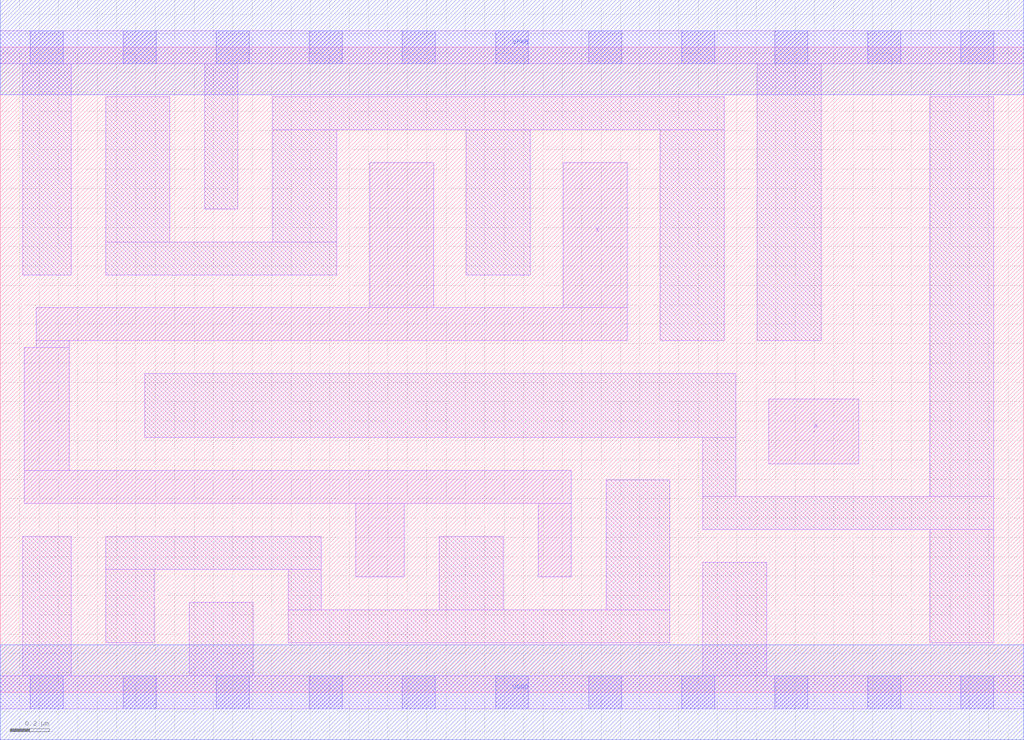
<source format=lef>
# Copyright 2020 The SkyWater PDK Authors
#
# Licensed under the Apache License, Version 2.0 (the "License");
# you may not use this file except in compliance with the License.
# You may obtain a copy of the License at
#
#     https://www.apache.org/licenses/LICENSE-2.0
#
# Unless required by applicable law or agreed to in writing, software
# distributed under the License is distributed on an "AS IS" BASIS,
# WITHOUT WARRANTIES OR CONDITIONS OF ANY KIND, either express or implied.
# See the License for the specific language governing permissions and
# limitations under the License.
#
# SPDX-License-Identifier: Apache-2.0

VERSION 5.7 ;
  NOWIREEXTENSIONATPIN ON ;
  DIVIDERCHAR "/" ;
  BUSBITCHARS "[]" ;
UNITS
  DATABASE MICRONS 200 ;
END UNITS
MACRO sky130_fd_sc_lp__buflp_4
  CLASS CORE ;
  FOREIGN sky130_fd_sc_lp__buflp_4 ;
  ORIGIN  0.000000  0.000000 ;
  SIZE  5.280000 BY  3.330000 ;
  SYMMETRY X Y R90 ;
  SITE unit ;
  PIN A
    ANTENNAGATEAREA  0.630000 ;
    DIRECTION INPUT ;
    USE SIGNAL ;
    PORT
      LAYER li1 ;
        RECT 3.965000 1.180000 4.430000 1.515000 ;
    END
  END A
  PIN X
    ANTENNADIFFAREA  1.352400 ;
    DIRECTION OUTPUT ;
    USE SIGNAL ;
    PORT
      LAYER li1 ;
        RECT 0.125000 0.975000 2.945000 1.145000 ;
        RECT 0.125000 1.145000 0.355000 1.780000 ;
        RECT 0.185000 1.780000 0.355000 1.815000 ;
        RECT 0.185000 1.815000 3.235000 1.985000 ;
        RECT 1.835000 0.595000 2.085000 0.975000 ;
        RECT 1.905000 1.985000 2.235000 2.735000 ;
        RECT 2.775000 0.595000 2.945000 0.975000 ;
        RECT 2.905000 1.985000 3.235000 2.735000 ;
    END
  END X
  PIN VGND
    DIRECTION INOUT ;
    USE GROUND ;
    PORT
      LAYER met1 ;
        RECT 0.000000 -0.245000 5.280000 0.245000 ;
    END
  END VGND
  PIN VPWR
    DIRECTION INOUT ;
    USE POWER ;
    PORT
      LAYER met1 ;
        RECT 0.000000 3.085000 5.280000 3.575000 ;
    END
  END VPWR
  OBS
    LAYER li1 ;
      RECT 0.000000 -0.085000 5.280000 0.085000 ;
      RECT 0.000000  3.245000 5.280000 3.415000 ;
      RECT 0.115000  0.085000 0.365000 0.805000 ;
      RECT 0.115000  2.155000 0.365000 3.245000 ;
      RECT 0.545000  0.255000 0.795000 0.635000 ;
      RECT 0.545000  0.635000 1.655000 0.805000 ;
      RECT 0.545000  2.155000 1.735000 2.325000 ;
      RECT 0.545000  2.325000 0.875000 3.075000 ;
      RECT 0.745000  1.315000 3.795000 1.645000 ;
      RECT 0.975000  0.085000 1.305000 0.465000 ;
      RECT 1.055000  2.495000 1.225000 3.245000 ;
      RECT 1.405000  2.325000 1.735000 2.905000 ;
      RECT 1.405000  2.905000 3.735000 3.075000 ;
      RECT 1.485000  0.255000 3.455000 0.425000 ;
      RECT 1.485000  0.425000 1.655000 0.635000 ;
      RECT 2.265000  0.425000 2.595000 0.805000 ;
      RECT 2.405000  2.155000 2.735000 2.905000 ;
      RECT 3.125000  0.425000 3.455000 1.095000 ;
      RECT 3.405000  1.815000 3.735000 2.905000 ;
      RECT 3.625000  0.085000 3.955000 0.670000 ;
      RECT 3.625000  0.840000 5.125000 1.010000 ;
      RECT 3.625000  1.010000 3.795000 1.315000 ;
      RECT 3.905000  1.815000 4.235000 3.245000 ;
      RECT 4.795000  0.255000 5.125000 0.840000 ;
      RECT 4.795000  1.010000 5.125000 3.075000 ;
    LAYER mcon ;
      RECT 0.155000 -0.085000 0.325000 0.085000 ;
      RECT 0.155000  3.245000 0.325000 3.415000 ;
      RECT 0.635000 -0.085000 0.805000 0.085000 ;
      RECT 0.635000  3.245000 0.805000 3.415000 ;
      RECT 1.115000 -0.085000 1.285000 0.085000 ;
      RECT 1.115000  3.245000 1.285000 3.415000 ;
      RECT 1.595000 -0.085000 1.765000 0.085000 ;
      RECT 1.595000  3.245000 1.765000 3.415000 ;
      RECT 2.075000 -0.085000 2.245000 0.085000 ;
      RECT 2.075000  3.245000 2.245000 3.415000 ;
      RECT 2.555000 -0.085000 2.725000 0.085000 ;
      RECT 2.555000  3.245000 2.725000 3.415000 ;
      RECT 3.035000 -0.085000 3.205000 0.085000 ;
      RECT 3.035000  3.245000 3.205000 3.415000 ;
      RECT 3.515000 -0.085000 3.685000 0.085000 ;
      RECT 3.515000  3.245000 3.685000 3.415000 ;
      RECT 3.995000 -0.085000 4.165000 0.085000 ;
      RECT 3.995000  3.245000 4.165000 3.415000 ;
      RECT 4.475000 -0.085000 4.645000 0.085000 ;
      RECT 4.475000  3.245000 4.645000 3.415000 ;
      RECT 4.955000 -0.085000 5.125000 0.085000 ;
      RECT 4.955000  3.245000 5.125000 3.415000 ;
  END
END sky130_fd_sc_lp__buflp_4
END LIBRARY

</source>
